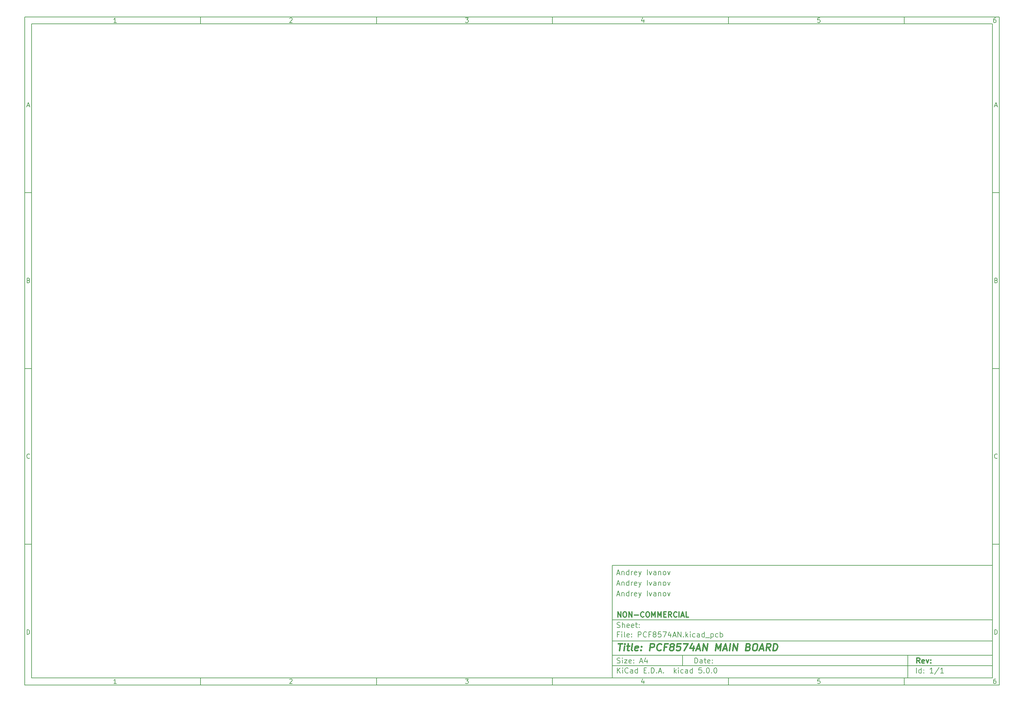
<source format=gbr>
G04 #@! TF.GenerationSoftware,KiCad,Pcbnew,5.0.0*
G04 #@! TF.CreationDate,2018-09-29T21:29:33+03:00*
G04 #@! TF.ProjectId,PCF8574AN,50434638353734414E2E6B696361645F,rev?*
G04 #@! TF.SameCoordinates,Original*
G04 #@! TF.FileFunction,Profile,NP*
%FSLAX46Y46*%
G04 Gerber Fmt 4.6, Leading zero omitted, Abs format (unit mm)*
G04 Created by KiCad (PCBNEW 5.0.0) date Sat Sep 29 21:29:33 2018*
%MOMM*%
%LPD*%
G01*
G04 APERTURE LIST*
%ADD10C,0.100000*%
%ADD11C,0.150000*%
%ADD12C,0.300000*%
%ADD13C,0.400000*%
G04 APERTURE END LIST*
D10*
D11*
X177002200Y-166007200D02*
X177002200Y-198007200D01*
X285002200Y-198007200D01*
X285002200Y-166007200D01*
X177002200Y-166007200D01*
D10*
D11*
X10000000Y-10000000D02*
X10000000Y-200007200D01*
X287002200Y-200007200D01*
X287002200Y-10000000D01*
X10000000Y-10000000D01*
D10*
D11*
X12000000Y-12000000D02*
X12000000Y-198007200D01*
X285002200Y-198007200D01*
X285002200Y-12000000D01*
X12000000Y-12000000D01*
D10*
D11*
X60000000Y-12000000D02*
X60000000Y-10000000D01*
D10*
D11*
X110000000Y-12000000D02*
X110000000Y-10000000D01*
D10*
D11*
X160000000Y-12000000D02*
X160000000Y-10000000D01*
D10*
D11*
X210000000Y-12000000D02*
X210000000Y-10000000D01*
D10*
D11*
X260000000Y-12000000D02*
X260000000Y-10000000D01*
D10*
D11*
X36065476Y-11588095D02*
X35322619Y-11588095D01*
X35694047Y-11588095D02*
X35694047Y-10288095D01*
X35570238Y-10473809D01*
X35446428Y-10597619D01*
X35322619Y-10659523D01*
D10*
D11*
X85322619Y-10411904D02*
X85384523Y-10350000D01*
X85508333Y-10288095D01*
X85817857Y-10288095D01*
X85941666Y-10350000D01*
X86003571Y-10411904D01*
X86065476Y-10535714D01*
X86065476Y-10659523D01*
X86003571Y-10845238D01*
X85260714Y-11588095D01*
X86065476Y-11588095D01*
D10*
D11*
X135260714Y-10288095D02*
X136065476Y-10288095D01*
X135632142Y-10783333D01*
X135817857Y-10783333D01*
X135941666Y-10845238D01*
X136003571Y-10907142D01*
X136065476Y-11030952D01*
X136065476Y-11340476D01*
X136003571Y-11464285D01*
X135941666Y-11526190D01*
X135817857Y-11588095D01*
X135446428Y-11588095D01*
X135322619Y-11526190D01*
X135260714Y-11464285D01*
D10*
D11*
X185941666Y-10721428D02*
X185941666Y-11588095D01*
X185632142Y-10226190D02*
X185322619Y-11154761D01*
X186127380Y-11154761D01*
D10*
D11*
X236003571Y-10288095D02*
X235384523Y-10288095D01*
X235322619Y-10907142D01*
X235384523Y-10845238D01*
X235508333Y-10783333D01*
X235817857Y-10783333D01*
X235941666Y-10845238D01*
X236003571Y-10907142D01*
X236065476Y-11030952D01*
X236065476Y-11340476D01*
X236003571Y-11464285D01*
X235941666Y-11526190D01*
X235817857Y-11588095D01*
X235508333Y-11588095D01*
X235384523Y-11526190D01*
X235322619Y-11464285D01*
D10*
D11*
X285941666Y-10288095D02*
X285694047Y-10288095D01*
X285570238Y-10350000D01*
X285508333Y-10411904D01*
X285384523Y-10597619D01*
X285322619Y-10845238D01*
X285322619Y-11340476D01*
X285384523Y-11464285D01*
X285446428Y-11526190D01*
X285570238Y-11588095D01*
X285817857Y-11588095D01*
X285941666Y-11526190D01*
X286003571Y-11464285D01*
X286065476Y-11340476D01*
X286065476Y-11030952D01*
X286003571Y-10907142D01*
X285941666Y-10845238D01*
X285817857Y-10783333D01*
X285570238Y-10783333D01*
X285446428Y-10845238D01*
X285384523Y-10907142D01*
X285322619Y-11030952D01*
D10*
D11*
X60000000Y-198007200D02*
X60000000Y-200007200D01*
D10*
D11*
X110000000Y-198007200D02*
X110000000Y-200007200D01*
D10*
D11*
X160000000Y-198007200D02*
X160000000Y-200007200D01*
D10*
D11*
X210000000Y-198007200D02*
X210000000Y-200007200D01*
D10*
D11*
X260000000Y-198007200D02*
X260000000Y-200007200D01*
D10*
D11*
X36065476Y-199595295D02*
X35322619Y-199595295D01*
X35694047Y-199595295D02*
X35694047Y-198295295D01*
X35570238Y-198481009D01*
X35446428Y-198604819D01*
X35322619Y-198666723D01*
D10*
D11*
X85322619Y-198419104D02*
X85384523Y-198357200D01*
X85508333Y-198295295D01*
X85817857Y-198295295D01*
X85941666Y-198357200D01*
X86003571Y-198419104D01*
X86065476Y-198542914D01*
X86065476Y-198666723D01*
X86003571Y-198852438D01*
X85260714Y-199595295D01*
X86065476Y-199595295D01*
D10*
D11*
X135260714Y-198295295D02*
X136065476Y-198295295D01*
X135632142Y-198790533D01*
X135817857Y-198790533D01*
X135941666Y-198852438D01*
X136003571Y-198914342D01*
X136065476Y-199038152D01*
X136065476Y-199347676D01*
X136003571Y-199471485D01*
X135941666Y-199533390D01*
X135817857Y-199595295D01*
X135446428Y-199595295D01*
X135322619Y-199533390D01*
X135260714Y-199471485D01*
D10*
D11*
X185941666Y-198728628D02*
X185941666Y-199595295D01*
X185632142Y-198233390D02*
X185322619Y-199161961D01*
X186127380Y-199161961D01*
D10*
D11*
X236003571Y-198295295D02*
X235384523Y-198295295D01*
X235322619Y-198914342D01*
X235384523Y-198852438D01*
X235508333Y-198790533D01*
X235817857Y-198790533D01*
X235941666Y-198852438D01*
X236003571Y-198914342D01*
X236065476Y-199038152D01*
X236065476Y-199347676D01*
X236003571Y-199471485D01*
X235941666Y-199533390D01*
X235817857Y-199595295D01*
X235508333Y-199595295D01*
X235384523Y-199533390D01*
X235322619Y-199471485D01*
D10*
D11*
X285941666Y-198295295D02*
X285694047Y-198295295D01*
X285570238Y-198357200D01*
X285508333Y-198419104D01*
X285384523Y-198604819D01*
X285322619Y-198852438D01*
X285322619Y-199347676D01*
X285384523Y-199471485D01*
X285446428Y-199533390D01*
X285570238Y-199595295D01*
X285817857Y-199595295D01*
X285941666Y-199533390D01*
X286003571Y-199471485D01*
X286065476Y-199347676D01*
X286065476Y-199038152D01*
X286003571Y-198914342D01*
X285941666Y-198852438D01*
X285817857Y-198790533D01*
X285570238Y-198790533D01*
X285446428Y-198852438D01*
X285384523Y-198914342D01*
X285322619Y-199038152D01*
D10*
D11*
X10000000Y-60000000D02*
X12000000Y-60000000D01*
D10*
D11*
X10000000Y-110000000D02*
X12000000Y-110000000D01*
D10*
D11*
X10000000Y-160000000D02*
X12000000Y-160000000D01*
D10*
D11*
X10690476Y-35216666D02*
X11309523Y-35216666D01*
X10566666Y-35588095D02*
X11000000Y-34288095D01*
X11433333Y-35588095D01*
D10*
D11*
X11092857Y-84907142D02*
X11278571Y-84969047D01*
X11340476Y-85030952D01*
X11402380Y-85154761D01*
X11402380Y-85340476D01*
X11340476Y-85464285D01*
X11278571Y-85526190D01*
X11154761Y-85588095D01*
X10659523Y-85588095D01*
X10659523Y-84288095D01*
X11092857Y-84288095D01*
X11216666Y-84350000D01*
X11278571Y-84411904D01*
X11340476Y-84535714D01*
X11340476Y-84659523D01*
X11278571Y-84783333D01*
X11216666Y-84845238D01*
X11092857Y-84907142D01*
X10659523Y-84907142D01*
D10*
D11*
X11402380Y-135464285D02*
X11340476Y-135526190D01*
X11154761Y-135588095D01*
X11030952Y-135588095D01*
X10845238Y-135526190D01*
X10721428Y-135402380D01*
X10659523Y-135278571D01*
X10597619Y-135030952D01*
X10597619Y-134845238D01*
X10659523Y-134597619D01*
X10721428Y-134473809D01*
X10845238Y-134350000D01*
X11030952Y-134288095D01*
X11154761Y-134288095D01*
X11340476Y-134350000D01*
X11402380Y-134411904D01*
D10*
D11*
X10659523Y-185588095D02*
X10659523Y-184288095D01*
X10969047Y-184288095D01*
X11154761Y-184350000D01*
X11278571Y-184473809D01*
X11340476Y-184597619D01*
X11402380Y-184845238D01*
X11402380Y-185030952D01*
X11340476Y-185278571D01*
X11278571Y-185402380D01*
X11154761Y-185526190D01*
X10969047Y-185588095D01*
X10659523Y-185588095D01*
D10*
D11*
X287002200Y-60000000D02*
X285002200Y-60000000D01*
D10*
D11*
X287002200Y-110000000D02*
X285002200Y-110000000D01*
D10*
D11*
X287002200Y-160000000D02*
X285002200Y-160000000D01*
D10*
D11*
X285692676Y-35216666D02*
X286311723Y-35216666D01*
X285568866Y-35588095D02*
X286002200Y-34288095D01*
X286435533Y-35588095D01*
D10*
D11*
X286095057Y-84907142D02*
X286280771Y-84969047D01*
X286342676Y-85030952D01*
X286404580Y-85154761D01*
X286404580Y-85340476D01*
X286342676Y-85464285D01*
X286280771Y-85526190D01*
X286156961Y-85588095D01*
X285661723Y-85588095D01*
X285661723Y-84288095D01*
X286095057Y-84288095D01*
X286218866Y-84350000D01*
X286280771Y-84411904D01*
X286342676Y-84535714D01*
X286342676Y-84659523D01*
X286280771Y-84783333D01*
X286218866Y-84845238D01*
X286095057Y-84907142D01*
X285661723Y-84907142D01*
D10*
D11*
X286404580Y-135464285D02*
X286342676Y-135526190D01*
X286156961Y-135588095D01*
X286033152Y-135588095D01*
X285847438Y-135526190D01*
X285723628Y-135402380D01*
X285661723Y-135278571D01*
X285599819Y-135030952D01*
X285599819Y-134845238D01*
X285661723Y-134597619D01*
X285723628Y-134473809D01*
X285847438Y-134350000D01*
X286033152Y-134288095D01*
X286156961Y-134288095D01*
X286342676Y-134350000D01*
X286404580Y-134411904D01*
D10*
D11*
X285661723Y-185588095D02*
X285661723Y-184288095D01*
X285971247Y-184288095D01*
X286156961Y-184350000D01*
X286280771Y-184473809D01*
X286342676Y-184597619D01*
X286404580Y-184845238D01*
X286404580Y-185030952D01*
X286342676Y-185278571D01*
X286280771Y-185402380D01*
X286156961Y-185526190D01*
X285971247Y-185588095D01*
X285661723Y-185588095D01*
D10*
D11*
X200434342Y-193785771D02*
X200434342Y-192285771D01*
X200791485Y-192285771D01*
X201005771Y-192357200D01*
X201148628Y-192500057D01*
X201220057Y-192642914D01*
X201291485Y-192928628D01*
X201291485Y-193142914D01*
X201220057Y-193428628D01*
X201148628Y-193571485D01*
X201005771Y-193714342D01*
X200791485Y-193785771D01*
X200434342Y-193785771D01*
X202577200Y-193785771D02*
X202577200Y-193000057D01*
X202505771Y-192857200D01*
X202362914Y-192785771D01*
X202077200Y-192785771D01*
X201934342Y-192857200D01*
X202577200Y-193714342D02*
X202434342Y-193785771D01*
X202077200Y-193785771D01*
X201934342Y-193714342D01*
X201862914Y-193571485D01*
X201862914Y-193428628D01*
X201934342Y-193285771D01*
X202077200Y-193214342D01*
X202434342Y-193214342D01*
X202577200Y-193142914D01*
X203077200Y-192785771D02*
X203648628Y-192785771D01*
X203291485Y-192285771D02*
X203291485Y-193571485D01*
X203362914Y-193714342D01*
X203505771Y-193785771D01*
X203648628Y-193785771D01*
X204720057Y-193714342D02*
X204577200Y-193785771D01*
X204291485Y-193785771D01*
X204148628Y-193714342D01*
X204077200Y-193571485D01*
X204077200Y-193000057D01*
X204148628Y-192857200D01*
X204291485Y-192785771D01*
X204577200Y-192785771D01*
X204720057Y-192857200D01*
X204791485Y-193000057D01*
X204791485Y-193142914D01*
X204077200Y-193285771D01*
X205434342Y-193642914D02*
X205505771Y-193714342D01*
X205434342Y-193785771D01*
X205362914Y-193714342D01*
X205434342Y-193642914D01*
X205434342Y-193785771D01*
X205434342Y-192857200D02*
X205505771Y-192928628D01*
X205434342Y-193000057D01*
X205362914Y-192928628D01*
X205434342Y-192857200D01*
X205434342Y-193000057D01*
D10*
D11*
X177002200Y-194507200D02*
X285002200Y-194507200D01*
D10*
D11*
X178434342Y-196585771D02*
X178434342Y-195085771D01*
X179291485Y-196585771D02*
X178648628Y-195728628D01*
X179291485Y-195085771D02*
X178434342Y-195942914D01*
X179934342Y-196585771D02*
X179934342Y-195585771D01*
X179934342Y-195085771D02*
X179862914Y-195157200D01*
X179934342Y-195228628D01*
X180005771Y-195157200D01*
X179934342Y-195085771D01*
X179934342Y-195228628D01*
X181505771Y-196442914D02*
X181434342Y-196514342D01*
X181220057Y-196585771D01*
X181077200Y-196585771D01*
X180862914Y-196514342D01*
X180720057Y-196371485D01*
X180648628Y-196228628D01*
X180577200Y-195942914D01*
X180577200Y-195728628D01*
X180648628Y-195442914D01*
X180720057Y-195300057D01*
X180862914Y-195157200D01*
X181077200Y-195085771D01*
X181220057Y-195085771D01*
X181434342Y-195157200D01*
X181505771Y-195228628D01*
X182791485Y-196585771D02*
X182791485Y-195800057D01*
X182720057Y-195657200D01*
X182577200Y-195585771D01*
X182291485Y-195585771D01*
X182148628Y-195657200D01*
X182791485Y-196514342D02*
X182648628Y-196585771D01*
X182291485Y-196585771D01*
X182148628Y-196514342D01*
X182077200Y-196371485D01*
X182077200Y-196228628D01*
X182148628Y-196085771D01*
X182291485Y-196014342D01*
X182648628Y-196014342D01*
X182791485Y-195942914D01*
X184148628Y-196585771D02*
X184148628Y-195085771D01*
X184148628Y-196514342D02*
X184005771Y-196585771D01*
X183720057Y-196585771D01*
X183577200Y-196514342D01*
X183505771Y-196442914D01*
X183434342Y-196300057D01*
X183434342Y-195871485D01*
X183505771Y-195728628D01*
X183577200Y-195657200D01*
X183720057Y-195585771D01*
X184005771Y-195585771D01*
X184148628Y-195657200D01*
X186005771Y-195800057D02*
X186505771Y-195800057D01*
X186720057Y-196585771D02*
X186005771Y-196585771D01*
X186005771Y-195085771D01*
X186720057Y-195085771D01*
X187362914Y-196442914D02*
X187434342Y-196514342D01*
X187362914Y-196585771D01*
X187291485Y-196514342D01*
X187362914Y-196442914D01*
X187362914Y-196585771D01*
X188077200Y-196585771D02*
X188077200Y-195085771D01*
X188434342Y-195085771D01*
X188648628Y-195157200D01*
X188791485Y-195300057D01*
X188862914Y-195442914D01*
X188934342Y-195728628D01*
X188934342Y-195942914D01*
X188862914Y-196228628D01*
X188791485Y-196371485D01*
X188648628Y-196514342D01*
X188434342Y-196585771D01*
X188077200Y-196585771D01*
X189577200Y-196442914D02*
X189648628Y-196514342D01*
X189577200Y-196585771D01*
X189505771Y-196514342D01*
X189577200Y-196442914D01*
X189577200Y-196585771D01*
X190220057Y-196157200D02*
X190934342Y-196157200D01*
X190077200Y-196585771D02*
X190577200Y-195085771D01*
X191077200Y-196585771D01*
X191577200Y-196442914D02*
X191648628Y-196514342D01*
X191577200Y-196585771D01*
X191505771Y-196514342D01*
X191577200Y-196442914D01*
X191577200Y-196585771D01*
X194577200Y-196585771D02*
X194577200Y-195085771D01*
X194720057Y-196014342D02*
X195148628Y-196585771D01*
X195148628Y-195585771D02*
X194577200Y-196157200D01*
X195791485Y-196585771D02*
X195791485Y-195585771D01*
X195791485Y-195085771D02*
X195720057Y-195157200D01*
X195791485Y-195228628D01*
X195862914Y-195157200D01*
X195791485Y-195085771D01*
X195791485Y-195228628D01*
X197148628Y-196514342D02*
X197005771Y-196585771D01*
X196720057Y-196585771D01*
X196577200Y-196514342D01*
X196505771Y-196442914D01*
X196434342Y-196300057D01*
X196434342Y-195871485D01*
X196505771Y-195728628D01*
X196577200Y-195657200D01*
X196720057Y-195585771D01*
X197005771Y-195585771D01*
X197148628Y-195657200D01*
X198434342Y-196585771D02*
X198434342Y-195800057D01*
X198362914Y-195657200D01*
X198220057Y-195585771D01*
X197934342Y-195585771D01*
X197791485Y-195657200D01*
X198434342Y-196514342D02*
X198291485Y-196585771D01*
X197934342Y-196585771D01*
X197791485Y-196514342D01*
X197720057Y-196371485D01*
X197720057Y-196228628D01*
X197791485Y-196085771D01*
X197934342Y-196014342D01*
X198291485Y-196014342D01*
X198434342Y-195942914D01*
X199791485Y-196585771D02*
X199791485Y-195085771D01*
X199791485Y-196514342D02*
X199648628Y-196585771D01*
X199362914Y-196585771D01*
X199220057Y-196514342D01*
X199148628Y-196442914D01*
X199077200Y-196300057D01*
X199077200Y-195871485D01*
X199148628Y-195728628D01*
X199220057Y-195657200D01*
X199362914Y-195585771D01*
X199648628Y-195585771D01*
X199791485Y-195657200D01*
X202362914Y-195085771D02*
X201648628Y-195085771D01*
X201577200Y-195800057D01*
X201648628Y-195728628D01*
X201791485Y-195657200D01*
X202148628Y-195657200D01*
X202291485Y-195728628D01*
X202362914Y-195800057D01*
X202434342Y-195942914D01*
X202434342Y-196300057D01*
X202362914Y-196442914D01*
X202291485Y-196514342D01*
X202148628Y-196585771D01*
X201791485Y-196585771D01*
X201648628Y-196514342D01*
X201577200Y-196442914D01*
X203077200Y-196442914D02*
X203148628Y-196514342D01*
X203077200Y-196585771D01*
X203005771Y-196514342D01*
X203077200Y-196442914D01*
X203077200Y-196585771D01*
X204077200Y-195085771D02*
X204220057Y-195085771D01*
X204362914Y-195157200D01*
X204434342Y-195228628D01*
X204505771Y-195371485D01*
X204577200Y-195657200D01*
X204577200Y-196014342D01*
X204505771Y-196300057D01*
X204434342Y-196442914D01*
X204362914Y-196514342D01*
X204220057Y-196585771D01*
X204077200Y-196585771D01*
X203934342Y-196514342D01*
X203862914Y-196442914D01*
X203791485Y-196300057D01*
X203720057Y-196014342D01*
X203720057Y-195657200D01*
X203791485Y-195371485D01*
X203862914Y-195228628D01*
X203934342Y-195157200D01*
X204077200Y-195085771D01*
X205220057Y-196442914D02*
X205291485Y-196514342D01*
X205220057Y-196585771D01*
X205148628Y-196514342D01*
X205220057Y-196442914D01*
X205220057Y-196585771D01*
X206220057Y-195085771D02*
X206362914Y-195085771D01*
X206505771Y-195157200D01*
X206577200Y-195228628D01*
X206648628Y-195371485D01*
X206720057Y-195657200D01*
X206720057Y-196014342D01*
X206648628Y-196300057D01*
X206577200Y-196442914D01*
X206505771Y-196514342D01*
X206362914Y-196585771D01*
X206220057Y-196585771D01*
X206077200Y-196514342D01*
X206005771Y-196442914D01*
X205934342Y-196300057D01*
X205862914Y-196014342D01*
X205862914Y-195657200D01*
X205934342Y-195371485D01*
X206005771Y-195228628D01*
X206077200Y-195157200D01*
X206220057Y-195085771D01*
D10*
D11*
X177002200Y-191507200D02*
X285002200Y-191507200D01*
D10*
D12*
X264411485Y-193785771D02*
X263911485Y-193071485D01*
X263554342Y-193785771D02*
X263554342Y-192285771D01*
X264125771Y-192285771D01*
X264268628Y-192357200D01*
X264340057Y-192428628D01*
X264411485Y-192571485D01*
X264411485Y-192785771D01*
X264340057Y-192928628D01*
X264268628Y-193000057D01*
X264125771Y-193071485D01*
X263554342Y-193071485D01*
X265625771Y-193714342D02*
X265482914Y-193785771D01*
X265197200Y-193785771D01*
X265054342Y-193714342D01*
X264982914Y-193571485D01*
X264982914Y-193000057D01*
X265054342Y-192857200D01*
X265197200Y-192785771D01*
X265482914Y-192785771D01*
X265625771Y-192857200D01*
X265697200Y-193000057D01*
X265697200Y-193142914D01*
X264982914Y-193285771D01*
X266197200Y-192785771D02*
X266554342Y-193785771D01*
X266911485Y-192785771D01*
X267482914Y-193642914D02*
X267554342Y-193714342D01*
X267482914Y-193785771D01*
X267411485Y-193714342D01*
X267482914Y-193642914D01*
X267482914Y-193785771D01*
X267482914Y-192857200D02*
X267554342Y-192928628D01*
X267482914Y-193000057D01*
X267411485Y-192928628D01*
X267482914Y-192857200D01*
X267482914Y-193000057D01*
D10*
D11*
X178362914Y-193714342D02*
X178577200Y-193785771D01*
X178934342Y-193785771D01*
X179077200Y-193714342D01*
X179148628Y-193642914D01*
X179220057Y-193500057D01*
X179220057Y-193357200D01*
X179148628Y-193214342D01*
X179077200Y-193142914D01*
X178934342Y-193071485D01*
X178648628Y-193000057D01*
X178505771Y-192928628D01*
X178434342Y-192857200D01*
X178362914Y-192714342D01*
X178362914Y-192571485D01*
X178434342Y-192428628D01*
X178505771Y-192357200D01*
X178648628Y-192285771D01*
X179005771Y-192285771D01*
X179220057Y-192357200D01*
X179862914Y-193785771D02*
X179862914Y-192785771D01*
X179862914Y-192285771D02*
X179791485Y-192357200D01*
X179862914Y-192428628D01*
X179934342Y-192357200D01*
X179862914Y-192285771D01*
X179862914Y-192428628D01*
X180434342Y-192785771D02*
X181220057Y-192785771D01*
X180434342Y-193785771D01*
X181220057Y-193785771D01*
X182362914Y-193714342D02*
X182220057Y-193785771D01*
X181934342Y-193785771D01*
X181791485Y-193714342D01*
X181720057Y-193571485D01*
X181720057Y-193000057D01*
X181791485Y-192857200D01*
X181934342Y-192785771D01*
X182220057Y-192785771D01*
X182362914Y-192857200D01*
X182434342Y-193000057D01*
X182434342Y-193142914D01*
X181720057Y-193285771D01*
X183077200Y-193642914D02*
X183148628Y-193714342D01*
X183077200Y-193785771D01*
X183005771Y-193714342D01*
X183077200Y-193642914D01*
X183077200Y-193785771D01*
X183077200Y-192857200D02*
X183148628Y-192928628D01*
X183077200Y-193000057D01*
X183005771Y-192928628D01*
X183077200Y-192857200D01*
X183077200Y-193000057D01*
X184862914Y-193357200D02*
X185577200Y-193357200D01*
X184720057Y-193785771D02*
X185220057Y-192285771D01*
X185720057Y-193785771D01*
X186862914Y-192785771D02*
X186862914Y-193785771D01*
X186505771Y-192214342D02*
X186148628Y-193285771D01*
X187077200Y-193285771D01*
D10*
D11*
X263434342Y-196585771D02*
X263434342Y-195085771D01*
X264791485Y-196585771D02*
X264791485Y-195085771D01*
X264791485Y-196514342D02*
X264648628Y-196585771D01*
X264362914Y-196585771D01*
X264220057Y-196514342D01*
X264148628Y-196442914D01*
X264077200Y-196300057D01*
X264077200Y-195871485D01*
X264148628Y-195728628D01*
X264220057Y-195657200D01*
X264362914Y-195585771D01*
X264648628Y-195585771D01*
X264791485Y-195657200D01*
X265505771Y-196442914D02*
X265577200Y-196514342D01*
X265505771Y-196585771D01*
X265434342Y-196514342D01*
X265505771Y-196442914D01*
X265505771Y-196585771D01*
X265505771Y-195657200D02*
X265577200Y-195728628D01*
X265505771Y-195800057D01*
X265434342Y-195728628D01*
X265505771Y-195657200D01*
X265505771Y-195800057D01*
X268148628Y-196585771D02*
X267291485Y-196585771D01*
X267720057Y-196585771D02*
X267720057Y-195085771D01*
X267577200Y-195300057D01*
X267434342Y-195442914D01*
X267291485Y-195514342D01*
X269862914Y-195014342D02*
X268577200Y-196942914D01*
X271148628Y-196585771D02*
X270291485Y-196585771D01*
X270720057Y-196585771D02*
X270720057Y-195085771D01*
X270577200Y-195300057D01*
X270434342Y-195442914D01*
X270291485Y-195514342D01*
D10*
D11*
X177002200Y-187507200D02*
X285002200Y-187507200D01*
D10*
D13*
X178714580Y-188211961D02*
X179857438Y-188211961D01*
X179036009Y-190211961D02*
X179286009Y-188211961D01*
X180274104Y-190211961D02*
X180440771Y-188878628D01*
X180524104Y-188211961D02*
X180416961Y-188307200D01*
X180500295Y-188402438D01*
X180607438Y-188307200D01*
X180524104Y-188211961D01*
X180500295Y-188402438D01*
X181107438Y-188878628D02*
X181869342Y-188878628D01*
X181476485Y-188211961D02*
X181262200Y-189926247D01*
X181333628Y-190116723D01*
X181512200Y-190211961D01*
X181702676Y-190211961D01*
X182655057Y-190211961D02*
X182476485Y-190116723D01*
X182405057Y-189926247D01*
X182619342Y-188211961D01*
X184190771Y-190116723D02*
X183988390Y-190211961D01*
X183607438Y-190211961D01*
X183428866Y-190116723D01*
X183357438Y-189926247D01*
X183452676Y-189164342D01*
X183571723Y-188973866D01*
X183774104Y-188878628D01*
X184155057Y-188878628D01*
X184333628Y-188973866D01*
X184405057Y-189164342D01*
X184381247Y-189354819D01*
X183405057Y-189545295D01*
X185155057Y-190021485D02*
X185238390Y-190116723D01*
X185131247Y-190211961D01*
X185047914Y-190116723D01*
X185155057Y-190021485D01*
X185131247Y-190211961D01*
X185286009Y-188973866D02*
X185369342Y-189069104D01*
X185262200Y-189164342D01*
X185178866Y-189069104D01*
X185286009Y-188973866D01*
X185262200Y-189164342D01*
X187607438Y-190211961D02*
X187857438Y-188211961D01*
X188619342Y-188211961D01*
X188797914Y-188307200D01*
X188881247Y-188402438D01*
X188952676Y-188592914D01*
X188916961Y-188878628D01*
X188797914Y-189069104D01*
X188690771Y-189164342D01*
X188488390Y-189259580D01*
X187726485Y-189259580D01*
X190774104Y-190021485D02*
X190666961Y-190116723D01*
X190369342Y-190211961D01*
X190178866Y-190211961D01*
X189905057Y-190116723D01*
X189738390Y-189926247D01*
X189666961Y-189735771D01*
X189619342Y-189354819D01*
X189655057Y-189069104D01*
X189797914Y-188688152D01*
X189916961Y-188497676D01*
X190131247Y-188307200D01*
X190428866Y-188211961D01*
X190619342Y-188211961D01*
X190893152Y-188307200D01*
X190976485Y-188402438D01*
X192405057Y-189164342D02*
X191738390Y-189164342D01*
X191607438Y-190211961D02*
X191857438Y-188211961D01*
X192809819Y-188211961D01*
X193750295Y-189069104D02*
X193571723Y-188973866D01*
X193488390Y-188878628D01*
X193416961Y-188688152D01*
X193428866Y-188592914D01*
X193547914Y-188402438D01*
X193655057Y-188307200D01*
X193857438Y-188211961D01*
X194238390Y-188211961D01*
X194416961Y-188307200D01*
X194500295Y-188402438D01*
X194571723Y-188592914D01*
X194559819Y-188688152D01*
X194440771Y-188878628D01*
X194333628Y-188973866D01*
X194131247Y-189069104D01*
X193750295Y-189069104D01*
X193547914Y-189164342D01*
X193440771Y-189259580D01*
X193321723Y-189450057D01*
X193274104Y-189831009D01*
X193345533Y-190021485D01*
X193428866Y-190116723D01*
X193607438Y-190211961D01*
X193988390Y-190211961D01*
X194190771Y-190116723D01*
X194297914Y-190021485D01*
X194416961Y-189831009D01*
X194464580Y-189450057D01*
X194393152Y-189259580D01*
X194309819Y-189164342D01*
X194131247Y-189069104D01*
X196428866Y-188211961D02*
X195476485Y-188211961D01*
X195262200Y-189164342D01*
X195369342Y-189069104D01*
X195571723Y-188973866D01*
X196047914Y-188973866D01*
X196226485Y-189069104D01*
X196309819Y-189164342D01*
X196381247Y-189354819D01*
X196321723Y-189831009D01*
X196202676Y-190021485D01*
X196095533Y-190116723D01*
X195893152Y-190211961D01*
X195416961Y-190211961D01*
X195238390Y-190116723D01*
X195155057Y-190021485D01*
X197190771Y-188211961D02*
X198524104Y-188211961D01*
X197416961Y-190211961D01*
X200059819Y-188878628D02*
X199893152Y-190211961D01*
X199678866Y-188116723D02*
X199024104Y-189545295D01*
X200262200Y-189545295D01*
X200916961Y-189640533D02*
X201869342Y-189640533D01*
X200655057Y-190211961D02*
X201571723Y-188211961D01*
X201988390Y-190211961D01*
X202655057Y-190211961D02*
X202905057Y-188211961D01*
X203797914Y-190211961D01*
X204047914Y-188211961D01*
X206274104Y-190211961D02*
X206524104Y-188211961D01*
X207012200Y-189640533D01*
X207857438Y-188211961D01*
X207607438Y-190211961D01*
X208536009Y-189640533D02*
X209488390Y-189640533D01*
X208274104Y-190211961D02*
X209190771Y-188211961D01*
X209607438Y-190211961D01*
X210274104Y-190211961D02*
X210524104Y-188211961D01*
X211226485Y-190211961D02*
X211476485Y-188211961D01*
X212369342Y-190211961D01*
X212619342Y-188211961D01*
X215643152Y-189164342D02*
X215916961Y-189259580D01*
X216000295Y-189354819D01*
X216071723Y-189545295D01*
X216036009Y-189831009D01*
X215916961Y-190021485D01*
X215809819Y-190116723D01*
X215607438Y-190211961D01*
X214845533Y-190211961D01*
X215095533Y-188211961D01*
X215762200Y-188211961D01*
X215940771Y-188307200D01*
X216024104Y-188402438D01*
X216095533Y-188592914D01*
X216071723Y-188783390D01*
X215952676Y-188973866D01*
X215845533Y-189069104D01*
X215643152Y-189164342D01*
X214976485Y-189164342D01*
X217476485Y-188211961D02*
X217857438Y-188211961D01*
X218036009Y-188307200D01*
X218202676Y-188497676D01*
X218250295Y-188878628D01*
X218166961Y-189545295D01*
X218024104Y-189926247D01*
X217809819Y-190116723D01*
X217607438Y-190211961D01*
X217226485Y-190211961D01*
X217047914Y-190116723D01*
X216881247Y-189926247D01*
X216833628Y-189545295D01*
X216916961Y-188878628D01*
X217059819Y-188497676D01*
X217274104Y-188307200D01*
X217476485Y-188211961D01*
X218916961Y-189640533D02*
X219869342Y-189640533D01*
X218655057Y-190211961D02*
X219571723Y-188211961D01*
X219988390Y-190211961D01*
X221797914Y-190211961D02*
X221250295Y-189259580D01*
X220655057Y-190211961D02*
X220905057Y-188211961D01*
X221666961Y-188211961D01*
X221845533Y-188307200D01*
X221928866Y-188402438D01*
X222000295Y-188592914D01*
X221964580Y-188878628D01*
X221845533Y-189069104D01*
X221738390Y-189164342D01*
X221536009Y-189259580D01*
X220774104Y-189259580D01*
X222655057Y-190211961D02*
X222905057Y-188211961D01*
X223381247Y-188211961D01*
X223655057Y-188307200D01*
X223821723Y-188497676D01*
X223893152Y-188688152D01*
X223940771Y-189069104D01*
X223905057Y-189354819D01*
X223762200Y-189735771D01*
X223643152Y-189926247D01*
X223428866Y-190116723D01*
X223131247Y-190211961D01*
X222655057Y-190211961D01*
D10*
D11*
X178934342Y-185600057D02*
X178434342Y-185600057D01*
X178434342Y-186385771D02*
X178434342Y-184885771D01*
X179148628Y-184885771D01*
X179720057Y-186385771D02*
X179720057Y-185385771D01*
X179720057Y-184885771D02*
X179648628Y-184957200D01*
X179720057Y-185028628D01*
X179791485Y-184957200D01*
X179720057Y-184885771D01*
X179720057Y-185028628D01*
X180648628Y-186385771D02*
X180505771Y-186314342D01*
X180434342Y-186171485D01*
X180434342Y-184885771D01*
X181791485Y-186314342D02*
X181648628Y-186385771D01*
X181362914Y-186385771D01*
X181220057Y-186314342D01*
X181148628Y-186171485D01*
X181148628Y-185600057D01*
X181220057Y-185457200D01*
X181362914Y-185385771D01*
X181648628Y-185385771D01*
X181791485Y-185457200D01*
X181862914Y-185600057D01*
X181862914Y-185742914D01*
X181148628Y-185885771D01*
X182505771Y-186242914D02*
X182577200Y-186314342D01*
X182505771Y-186385771D01*
X182434342Y-186314342D01*
X182505771Y-186242914D01*
X182505771Y-186385771D01*
X182505771Y-185457200D02*
X182577200Y-185528628D01*
X182505771Y-185600057D01*
X182434342Y-185528628D01*
X182505771Y-185457200D01*
X182505771Y-185600057D01*
X184362914Y-186385771D02*
X184362914Y-184885771D01*
X184934342Y-184885771D01*
X185077200Y-184957200D01*
X185148628Y-185028628D01*
X185220057Y-185171485D01*
X185220057Y-185385771D01*
X185148628Y-185528628D01*
X185077200Y-185600057D01*
X184934342Y-185671485D01*
X184362914Y-185671485D01*
X186720057Y-186242914D02*
X186648628Y-186314342D01*
X186434342Y-186385771D01*
X186291485Y-186385771D01*
X186077200Y-186314342D01*
X185934342Y-186171485D01*
X185862914Y-186028628D01*
X185791485Y-185742914D01*
X185791485Y-185528628D01*
X185862914Y-185242914D01*
X185934342Y-185100057D01*
X186077200Y-184957200D01*
X186291485Y-184885771D01*
X186434342Y-184885771D01*
X186648628Y-184957200D01*
X186720057Y-185028628D01*
X187862914Y-185600057D02*
X187362914Y-185600057D01*
X187362914Y-186385771D02*
X187362914Y-184885771D01*
X188077200Y-184885771D01*
X188862914Y-185528628D02*
X188720057Y-185457200D01*
X188648628Y-185385771D01*
X188577200Y-185242914D01*
X188577200Y-185171485D01*
X188648628Y-185028628D01*
X188720057Y-184957200D01*
X188862914Y-184885771D01*
X189148628Y-184885771D01*
X189291485Y-184957200D01*
X189362914Y-185028628D01*
X189434342Y-185171485D01*
X189434342Y-185242914D01*
X189362914Y-185385771D01*
X189291485Y-185457200D01*
X189148628Y-185528628D01*
X188862914Y-185528628D01*
X188720057Y-185600057D01*
X188648628Y-185671485D01*
X188577200Y-185814342D01*
X188577200Y-186100057D01*
X188648628Y-186242914D01*
X188720057Y-186314342D01*
X188862914Y-186385771D01*
X189148628Y-186385771D01*
X189291485Y-186314342D01*
X189362914Y-186242914D01*
X189434342Y-186100057D01*
X189434342Y-185814342D01*
X189362914Y-185671485D01*
X189291485Y-185600057D01*
X189148628Y-185528628D01*
X190791485Y-184885771D02*
X190077200Y-184885771D01*
X190005771Y-185600057D01*
X190077200Y-185528628D01*
X190220057Y-185457200D01*
X190577200Y-185457200D01*
X190720057Y-185528628D01*
X190791485Y-185600057D01*
X190862914Y-185742914D01*
X190862914Y-186100057D01*
X190791485Y-186242914D01*
X190720057Y-186314342D01*
X190577200Y-186385771D01*
X190220057Y-186385771D01*
X190077200Y-186314342D01*
X190005771Y-186242914D01*
X191362914Y-184885771D02*
X192362914Y-184885771D01*
X191720057Y-186385771D01*
X193577200Y-185385771D02*
X193577200Y-186385771D01*
X193220057Y-184814342D02*
X192862914Y-185885771D01*
X193791485Y-185885771D01*
X194291485Y-185957200D02*
X195005771Y-185957200D01*
X194148628Y-186385771D02*
X194648628Y-184885771D01*
X195148628Y-186385771D01*
X195648628Y-186385771D02*
X195648628Y-184885771D01*
X196505771Y-186385771D01*
X196505771Y-184885771D01*
X197220057Y-186242914D02*
X197291485Y-186314342D01*
X197220057Y-186385771D01*
X197148628Y-186314342D01*
X197220057Y-186242914D01*
X197220057Y-186385771D01*
X197934342Y-186385771D02*
X197934342Y-184885771D01*
X198077200Y-185814342D02*
X198505771Y-186385771D01*
X198505771Y-185385771D02*
X197934342Y-185957200D01*
X199148628Y-186385771D02*
X199148628Y-185385771D01*
X199148628Y-184885771D02*
X199077200Y-184957200D01*
X199148628Y-185028628D01*
X199220057Y-184957200D01*
X199148628Y-184885771D01*
X199148628Y-185028628D01*
X200505771Y-186314342D02*
X200362914Y-186385771D01*
X200077200Y-186385771D01*
X199934342Y-186314342D01*
X199862914Y-186242914D01*
X199791485Y-186100057D01*
X199791485Y-185671485D01*
X199862914Y-185528628D01*
X199934342Y-185457200D01*
X200077200Y-185385771D01*
X200362914Y-185385771D01*
X200505771Y-185457200D01*
X201791485Y-186385771D02*
X201791485Y-185600057D01*
X201720057Y-185457200D01*
X201577200Y-185385771D01*
X201291485Y-185385771D01*
X201148628Y-185457200D01*
X201791485Y-186314342D02*
X201648628Y-186385771D01*
X201291485Y-186385771D01*
X201148628Y-186314342D01*
X201077200Y-186171485D01*
X201077200Y-186028628D01*
X201148628Y-185885771D01*
X201291485Y-185814342D01*
X201648628Y-185814342D01*
X201791485Y-185742914D01*
X203148628Y-186385771D02*
X203148628Y-184885771D01*
X203148628Y-186314342D02*
X203005771Y-186385771D01*
X202720057Y-186385771D01*
X202577200Y-186314342D01*
X202505771Y-186242914D01*
X202434342Y-186100057D01*
X202434342Y-185671485D01*
X202505771Y-185528628D01*
X202577200Y-185457200D01*
X202720057Y-185385771D01*
X203005771Y-185385771D01*
X203148628Y-185457200D01*
X203505771Y-186528628D02*
X204648628Y-186528628D01*
X205005771Y-185385771D02*
X205005771Y-186885771D01*
X205005771Y-185457200D02*
X205148628Y-185385771D01*
X205434342Y-185385771D01*
X205577200Y-185457200D01*
X205648628Y-185528628D01*
X205720057Y-185671485D01*
X205720057Y-186100057D01*
X205648628Y-186242914D01*
X205577200Y-186314342D01*
X205434342Y-186385771D01*
X205148628Y-186385771D01*
X205005771Y-186314342D01*
X207005771Y-186314342D02*
X206862914Y-186385771D01*
X206577200Y-186385771D01*
X206434342Y-186314342D01*
X206362914Y-186242914D01*
X206291485Y-186100057D01*
X206291485Y-185671485D01*
X206362914Y-185528628D01*
X206434342Y-185457200D01*
X206577200Y-185385771D01*
X206862914Y-185385771D01*
X207005771Y-185457200D01*
X207648628Y-186385771D02*
X207648628Y-184885771D01*
X207648628Y-185457200D02*
X207791485Y-185385771D01*
X208077200Y-185385771D01*
X208220057Y-185457200D01*
X208291485Y-185528628D01*
X208362914Y-185671485D01*
X208362914Y-186100057D01*
X208291485Y-186242914D01*
X208220057Y-186314342D01*
X208077200Y-186385771D01*
X207791485Y-186385771D01*
X207648628Y-186314342D01*
D10*
D11*
X177002200Y-181507200D02*
X285002200Y-181507200D01*
D10*
D11*
X178362914Y-183614342D02*
X178577200Y-183685771D01*
X178934342Y-183685771D01*
X179077200Y-183614342D01*
X179148628Y-183542914D01*
X179220057Y-183400057D01*
X179220057Y-183257200D01*
X179148628Y-183114342D01*
X179077200Y-183042914D01*
X178934342Y-182971485D01*
X178648628Y-182900057D01*
X178505771Y-182828628D01*
X178434342Y-182757200D01*
X178362914Y-182614342D01*
X178362914Y-182471485D01*
X178434342Y-182328628D01*
X178505771Y-182257200D01*
X178648628Y-182185771D01*
X179005771Y-182185771D01*
X179220057Y-182257200D01*
X179862914Y-183685771D02*
X179862914Y-182185771D01*
X180505771Y-183685771D02*
X180505771Y-182900057D01*
X180434342Y-182757200D01*
X180291485Y-182685771D01*
X180077200Y-182685771D01*
X179934342Y-182757200D01*
X179862914Y-182828628D01*
X181791485Y-183614342D02*
X181648628Y-183685771D01*
X181362914Y-183685771D01*
X181220057Y-183614342D01*
X181148628Y-183471485D01*
X181148628Y-182900057D01*
X181220057Y-182757200D01*
X181362914Y-182685771D01*
X181648628Y-182685771D01*
X181791485Y-182757200D01*
X181862914Y-182900057D01*
X181862914Y-183042914D01*
X181148628Y-183185771D01*
X183077200Y-183614342D02*
X182934342Y-183685771D01*
X182648628Y-183685771D01*
X182505771Y-183614342D01*
X182434342Y-183471485D01*
X182434342Y-182900057D01*
X182505771Y-182757200D01*
X182648628Y-182685771D01*
X182934342Y-182685771D01*
X183077200Y-182757200D01*
X183148628Y-182900057D01*
X183148628Y-183042914D01*
X182434342Y-183185771D01*
X183577200Y-182685771D02*
X184148628Y-182685771D01*
X183791485Y-182185771D02*
X183791485Y-183471485D01*
X183862914Y-183614342D01*
X184005771Y-183685771D01*
X184148628Y-183685771D01*
X184648628Y-183542914D02*
X184720057Y-183614342D01*
X184648628Y-183685771D01*
X184577200Y-183614342D01*
X184648628Y-183542914D01*
X184648628Y-183685771D01*
X184648628Y-182757200D02*
X184720057Y-182828628D01*
X184648628Y-182900057D01*
X184577200Y-182828628D01*
X184648628Y-182757200D01*
X184648628Y-182900057D01*
D10*
D12*
X178554342Y-180685771D02*
X178554342Y-179185771D01*
X179411485Y-180685771D01*
X179411485Y-179185771D01*
X180411485Y-179185771D02*
X180697200Y-179185771D01*
X180840057Y-179257200D01*
X180982914Y-179400057D01*
X181054342Y-179685771D01*
X181054342Y-180185771D01*
X180982914Y-180471485D01*
X180840057Y-180614342D01*
X180697200Y-180685771D01*
X180411485Y-180685771D01*
X180268628Y-180614342D01*
X180125771Y-180471485D01*
X180054342Y-180185771D01*
X180054342Y-179685771D01*
X180125771Y-179400057D01*
X180268628Y-179257200D01*
X180411485Y-179185771D01*
X181697200Y-180685771D02*
X181697200Y-179185771D01*
X182554342Y-180685771D01*
X182554342Y-179185771D01*
X183268628Y-180114342D02*
X184411485Y-180114342D01*
X185982914Y-180542914D02*
X185911485Y-180614342D01*
X185697200Y-180685771D01*
X185554342Y-180685771D01*
X185340057Y-180614342D01*
X185197200Y-180471485D01*
X185125771Y-180328628D01*
X185054342Y-180042914D01*
X185054342Y-179828628D01*
X185125771Y-179542914D01*
X185197200Y-179400057D01*
X185340057Y-179257200D01*
X185554342Y-179185771D01*
X185697200Y-179185771D01*
X185911485Y-179257200D01*
X185982914Y-179328628D01*
X186911485Y-179185771D02*
X187197200Y-179185771D01*
X187340057Y-179257200D01*
X187482914Y-179400057D01*
X187554342Y-179685771D01*
X187554342Y-180185771D01*
X187482914Y-180471485D01*
X187340057Y-180614342D01*
X187197200Y-180685771D01*
X186911485Y-180685771D01*
X186768628Y-180614342D01*
X186625771Y-180471485D01*
X186554342Y-180185771D01*
X186554342Y-179685771D01*
X186625771Y-179400057D01*
X186768628Y-179257200D01*
X186911485Y-179185771D01*
X188197200Y-180685771D02*
X188197200Y-179185771D01*
X188697200Y-180257200D01*
X189197200Y-179185771D01*
X189197200Y-180685771D01*
X189911485Y-180685771D02*
X189911485Y-179185771D01*
X190411485Y-180257200D01*
X190911485Y-179185771D01*
X190911485Y-180685771D01*
X191625771Y-179900057D02*
X192125771Y-179900057D01*
X192340057Y-180685771D02*
X191625771Y-180685771D01*
X191625771Y-179185771D01*
X192340057Y-179185771D01*
X193840057Y-180685771D02*
X193340057Y-179971485D01*
X192982914Y-180685771D02*
X192982914Y-179185771D01*
X193554342Y-179185771D01*
X193697200Y-179257200D01*
X193768628Y-179328628D01*
X193840057Y-179471485D01*
X193840057Y-179685771D01*
X193768628Y-179828628D01*
X193697200Y-179900057D01*
X193554342Y-179971485D01*
X192982914Y-179971485D01*
X195340057Y-180542914D02*
X195268628Y-180614342D01*
X195054342Y-180685771D01*
X194911485Y-180685771D01*
X194697200Y-180614342D01*
X194554342Y-180471485D01*
X194482914Y-180328628D01*
X194411485Y-180042914D01*
X194411485Y-179828628D01*
X194482914Y-179542914D01*
X194554342Y-179400057D01*
X194697200Y-179257200D01*
X194911485Y-179185771D01*
X195054342Y-179185771D01*
X195268628Y-179257200D01*
X195340057Y-179328628D01*
X195982914Y-180685771D02*
X195982914Y-179185771D01*
X196625771Y-180257200D02*
X197340057Y-180257200D01*
X196482914Y-180685771D02*
X196982914Y-179185771D01*
X197482914Y-180685771D01*
X198697200Y-180685771D02*
X197982914Y-180685771D01*
X197982914Y-179185771D01*
D10*
D11*
X178362914Y-174257200D02*
X179077200Y-174257200D01*
X178220057Y-174685771D02*
X178720057Y-173185771D01*
X179220057Y-174685771D01*
X179720057Y-173685771D02*
X179720057Y-174685771D01*
X179720057Y-173828628D02*
X179791485Y-173757200D01*
X179934342Y-173685771D01*
X180148628Y-173685771D01*
X180291485Y-173757200D01*
X180362914Y-173900057D01*
X180362914Y-174685771D01*
X181720057Y-174685771D02*
X181720057Y-173185771D01*
X181720057Y-174614342D02*
X181577200Y-174685771D01*
X181291485Y-174685771D01*
X181148628Y-174614342D01*
X181077200Y-174542914D01*
X181005771Y-174400057D01*
X181005771Y-173971485D01*
X181077200Y-173828628D01*
X181148628Y-173757200D01*
X181291485Y-173685771D01*
X181577200Y-173685771D01*
X181720057Y-173757200D01*
X182434342Y-174685771D02*
X182434342Y-173685771D01*
X182434342Y-173971485D02*
X182505771Y-173828628D01*
X182577200Y-173757200D01*
X182720057Y-173685771D01*
X182862914Y-173685771D01*
X183934342Y-174614342D02*
X183791485Y-174685771D01*
X183505771Y-174685771D01*
X183362914Y-174614342D01*
X183291485Y-174471485D01*
X183291485Y-173900057D01*
X183362914Y-173757200D01*
X183505771Y-173685771D01*
X183791485Y-173685771D01*
X183934342Y-173757200D01*
X184005771Y-173900057D01*
X184005771Y-174042914D01*
X183291485Y-174185771D01*
X184505771Y-173685771D02*
X184862914Y-174685771D01*
X185220057Y-173685771D02*
X184862914Y-174685771D01*
X184720057Y-175042914D01*
X184648628Y-175114342D01*
X184505771Y-175185771D01*
X186934342Y-174685771D02*
X186934342Y-173185771D01*
X187505771Y-173685771D02*
X187862914Y-174685771D01*
X188220057Y-173685771D01*
X189434342Y-174685771D02*
X189434342Y-173900057D01*
X189362914Y-173757200D01*
X189220057Y-173685771D01*
X188934342Y-173685771D01*
X188791485Y-173757200D01*
X189434342Y-174614342D02*
X189291485Y-174685771D01*
X188934342Y-174685771D01*
X188791485Y-174614342D01*
X188720057Y-174471485D01*
X188720057Y-174328628D01*
X188791485Y-174185771D01*
X188934342Y-174114342D01*
X189291485Y-174114342D01*
X189434342Y-174042914D01*
X190148628Y-173685771D02*
X190148628Y-174685771D01*
X190148628Y-173828628D02*
X190220057Y-173757200D01*
X190362914Y-173685771D01*
X190577200Y-173685771D01*
X190720057Y-173757200D01*
X190791485Y-173900057D01*
X190791485Y-174685771D01*
X191720057Y-174685771D02*
X191577200Y-174614342D01*
X191505771Y-174542914D01*
X191434342Y-174400057D01*
X191434342Y-173971485D01*
X191505771Y-173828628D01*
X191577200Y-173757200D01*
X191720057Y-173685771D01*
X191934342Y-173685771D01*
X192077200Y-173757200D01*
X192148628Y-173828628D01*
X192220057Y-173971485D01*
X192220057Y-174400057D01*
X192148628Y-174542914D01*
X192077200Y-174614342D01*
X191934342Y-174685771D01*
X191720057Y-174685771D01*
X192720057Y-173685771D02*
X193077200Y-174685771D01*
X193434342Y-173685771D01*
D10*
D11*
X178362914Y-171257200D02*
X179077200Y-171257200D01*
X178220057Y-171685771D02*
X178720057Y-170185771D01*
X179220057Y-171685771D01*
X179720057Y-170685771D02*
X179720057Y-171685771D01*
X179720057Y-170828628D02*
X179791485Y-170757200D01*
X179934342Y-170685771D01*
X180148628Y-170685771D01*
X180291485Y-170757200D01*
X180362914Y-170900057D01*
X180362914Y-171685771D01*
X181720057Y-171685771D02*
X181720057Y-170185771D01*
X181720057Y-171614342D02*
X181577200Y-171685771D01*
X181291485Y-171685771D01*
X181148628Y-171614342D01*
X181077200Y-171542914D01*
X181005771Y-171400057D01*
X181005771Y-170971485D01*
X181077200Y-170828628D01*
X181148628Y-170757200D01*
X181291485Y-170685771D01*
X181577200Y-170685771D01*
X181720057Y-170757200D01*
X182434342Y-171685771D02*
X182434342Y-170685771D01*
X182434342Y-170971485D02*
X182505771Y-170828628D01*
X182577200Y-170757200D01*
X182720057Y-170685771D01*
X182862914Y-170685771D01*
X183934342Y-171614342D02*
X183791485Y-171685771D01*
X183505771Y-171685771D01*
X183362914Y-171614342D01*
X183291485Y-171471485D01*
X183291485Y-170900057D01*
X183362914Y-170757200D01*
X183505771Y-170685771D01*
X183791485Y-170685771D01*
X183934342Y-170757200D01*
X184005771Y-170900057D01*
X184005771Y-171042914D01*
X183291485Y-171185771D01*
X184505771Y-170685771D02*
X184862914Y-171685771D01*
X185220057Y-170685771D02*
X184862914Y-171685771D01*
X184720057Y-172042914D01*
X184648628Y-172114342D01*
X184505771Y-172185771D01*
X186934342Y-171685771D02*
X186934342Y-170185771D01*
X187505771Y-170685771D02*
X187862914Y-171685771D01*
X188220057Y-170685771D01*
X189434342Y-171685771D02*
X189434342Y-170900057D01*
X189362914Y-170757200D01*
X189220057Y-170685771D01*
X188934342Y-170685771D01*
X188791485Y-170757200D01*
X189434342Y-171614342D02*
X189291485Y-171685771D01*
X188934342Y-171685771D01*
X188791485Y-171614342D01*
X188720057Y-171471485D01*
X188720057Y-171328628D01*
X188791485Y-171185771D01*
X188934342Y-171114342D01*
X189291485Y-171114342D01*
X189434342Y-171042914D01*
X190148628Y-170685771D02*
X190148628Y-171685771D01*
X190148628Y-170828628D02*
X190220057Y-170757200D01*
X190362914Y-170685771D01*
X190577200Y-170685771D01*
X190720057Y-170757200D01*
X190791485Y-170900057D01*
X190791485Y-171685771D01*
X191720057Y-171685771D02*
X191577200Y-171614342D01*
X191505771Y-171542914D01*
X191434342Y-171400057D01*
X191434342Y-170971485D01*
X191505771Y-170828628D01*
X191577200Y-170757200D01*
X191720057Y-170685771D01*
X191934342Y-170685771D01*
X192077200Y-170757200D01*
X192148628Y-170828628D01*
X192220057Y-170971485D01*
X192220057Y-171400057D01*
X192148628Y-171542914D01*
X192077200Y-171614342D01*
X191934342Y-171685771D01*
X191720057Y-171685771D01*
X192720057Y-170685771D02*
X193077200Y-171685771D01*
X193434342Y-170685771D01*
D10*
D11*
X178362914Y-168257200D02*
X179077200Y-168257200D01*
X178220057Y-168685771D02*
X178720057Y-167185771D01*
X179220057Y-168685771D01*
X179720057Y-167685771D02*
X179720057Y-168685771D01*
X179720057Y-167828628D02*
X179791485Y-167757200D01*
X179934342Y-167685771D01*
X180148628Y-167685771D01*
X180291485Y-167757200D01*
X180362914Y-167900057D01*
X180362914Y-168685771D01*
X181720057Y-168685771D02*
X181720057Y-167185771D01*
X181720057Y-168614342D02*
X181577200Y-168685771D01*
X181291485Y-168685771D01*
X181148628Y-168614342D01*
X181077200Y-168542914D01*
X181005771Y-168400057D01*
X181005771Y-167971485D01*
X181077200Y-167828628D01*
X181148628Y-167757200D01*
X181291485Y-167685771D01*
X181577200Y-167685771D01*
X181720057Y-167757200D01*
X182434342Y-168685771D02*
X182434342Y-167685771D01*
X182434342Y-167971485D02*
X182505771Y-167828628D01*
X182577200Y-167757200D01*
X182720057Y-167685771D01*
X182862914Y-167685771D01*
X183934342Y-168614342D02*
X183791485Y-168685771D01*
X183505771Y-168685771D01*
X183362914Y-168614342D01*
X183291485Y-168471485D01*
X183291485Y-167900057D01*
X183362914Y-167757200D01*
X183505771Y-167685771D01*
X183791485Y-167685771D01*
X183934342Y-167757200D01*
X184005771Y-167900057D01*
X184005771Y-168042914D01*
X183291485Y-168185771D01*
X184505771Y-167685771D02*
X184862914Y-168685771D01*
X185220057Y-167685771D02*
X184862914Y-168685771D01*
X184720057Y-169042914D01*
X184648628Y-169114342D01*
X184505771Y-169185771D01*
X186934342Y-168685771D02*
X186934342Y-167185771D01*
X187505771Y-167685771D02*
X187862914Y-168685771D01*
X188220057Y-167685771D01*
X189434342Y-168685771D02*
X189434342Y-167900057D01*
X189362914Y-167757200D01*
X189220057Y-167685771D01*
X188934342Y-167685771D01*
X188791485Y-167757200D01*
X189434342Y-168614342D02*
X189291485Y-168685771D01*
X188934342Y-168685771D01*
X188791485Y-168614342D01*
X188720057Y-168471485D01*
X188720057Y-168328628D01*
X188791485Y-168185771D01*
X188934342Y-168114342D01*
X189291485Y-168114342D01*
X189434342Y-168042914D01*
X190148628Y-167685771D02*
X190148628Y-168685771D01*
X190148628Y-167828628D02*
X190220057Y-167757200D01*
X190362914Y-167685771D01*
X190577200Y-167685771D01*
X190720057Y-167757200D01*
X190791485Y-167900057D01*
X190791485Y-168685771D01*
X191720057Y-168685771D02*
X191577200Y-168614342D01*
X191505771Y-168542914D01*
X191434342Y-168400057D01*
X191434342Y-167971485D01*
X191505771Y-167828628D01*
X191577200Y-167757200D01*
X191720057Y-167685771D01*
X191934342Y-167685771D01*
X192077200Y-167757200D01*
X192148628Y-167828628D01*
X192220057Y-167971485D01*
X192220057Y-168400057D01*
X192148628Y-168542914D01*
X192077200Y-168614342D01*
X191934342Y-168685771D01*
X191720057Y-168685771D01*
X192720057Y-167685771D02*
X193077200Y-168685771D01*
X193434342Y-167685771D01*
D10*
D11*
X197002200Y-191507200D02*
X197002200Y-194507200D01*
D10*
D11*
X261002200Y-191507200D02*
X261002200Y-198007200D01*
M02*

</source>
